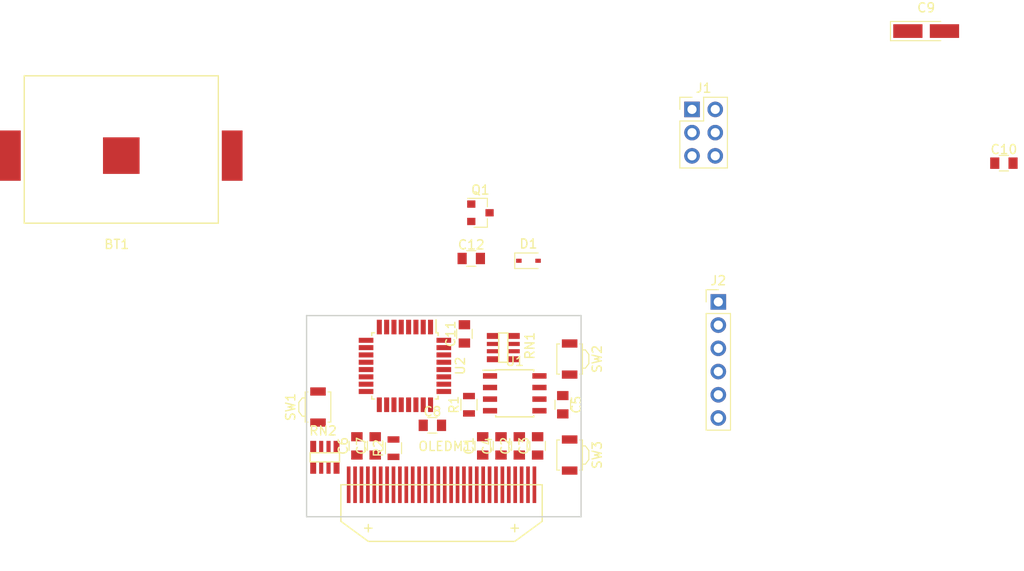
<source format=kicad_pcb>
(kicad_pcb (version 4) (host pcbnew 4.0.6)

  (general
    (links 97)
    (no_connects 97)
    (area 124.924999 124.924999 155.075001 147.075001)
    (thickness 1.6)
    (drawings 4)
    (tracks 0)
    (zones 0)
    (modules 27)
    (nets 42)
  )

  (page A4)
  (layers
    (0 F.Cu signal)
    (31 B.Cu signal)
    (32 B.Adhes user)
    (33 F.Adhes user)
    (34 B.Paste user)
    (35 F.Paste user)
    (36 B.SilkS user)
    (37 F.SilkS user)
    (38 B.Mask user)
    (39 F.Mask user)
    (40 Dwgs.User user)
    (41 Cmts.User user)
    (42 Eco1.User user)
    (43 Eco2.User user)
    (44 Edge.Cuts user)
    (45 Margin user)
    (46 B.CrtYd user)
    (47 F.CrtYd user)
    (48 B.Fab user)
    (49 F.Fab user)
  )

  (setup
    (last_trace_width 0.25)
    (trace_clearance 0.2)
    (zone_clearance 0.508)
    (zone_45_only no)
    (trace_min 0.2)
    (segment_width 0.2)
    (edge_width 0.15)
    (via_size 0.6)
    (via_drill 0.4)
    (via_min_size 0.4)
    (via_min_drill 0.3)
    (uvia_size 0.3)
    (uvia_drill 0.1)
    (uvias_allowed no)
    (uvia_min_size 0.2)
    (uvia_min_drill 0.1)
    (pcb_text_width 0.3)
    (pcb_text_size 1.5 1.5)
    (mod_edge_width 0.15)
    (mod_text_size 1 1)
    (mod_text_width 0.15)
    (pad_size 1.524 1.524)
    (pad_drill 0.762)
    (pad_to_mask_clearance 0.2)
    (aux_axis_origin 0 0)
    (visible_elements 7FFFFFFF)
    (pcbplotparams
      (layerselection 0x00030_80000001)
      (usegerberextensions false)
      (excludeedgelayer true)
      (linewidth 0.100000)
      (plotframeref false)
      (viasonmask false)
      (mode 1)
      (useauxorigin false)
      (hpglpennumber 1)
      (hpglpenspeed 20)
      (hpglpendiameter 15)
      (hpglpenoverlay 2)
      (psnegative false)
      (psa4output false)
      (plotreference true)
      (plotvalue true)
      (plotinvisibletext false)
      (padsonsilk false)
      (subtractmaskfromsilk false)
      (outputformat 1)
      (mirror false)
      (drillshape 1)
      (scaleselection 1)
      (outputdirectory ""))
  )

  (net 0 "")
  (net 1 +3V3)
  (net 2 GND)
  (net 3 "Net-(C2-Pad1)")
  (net 4 "Net-(C2-Pad2)")
  (net 5 "Net-(C3-Pad1)")
  (net 6 "Net-(C3-Pad2)")
  (net 7 "Net-(C6-Pad1)")
  (net 8 "Net-(C7-Pad1)")
  (net 9 "Net-(C8-Pad1)")
  (net 10 "Net-(C11-Pad1)")
  (net 11 DTR)
  (net 12 VCC)
  (net 13 +5V)
  (net 14 MISO)
  (net 15 SCK)
  (net 16 MOSI)
  (net 17 RXD)
  (net 18 TXD)
  (net 19 "Net-(OLEDM1-Pad7)")
  (net 20 CS)
  (net 21 D9)
  (net 22 D8)
  (net 23 "Net-(OLEDM1-Pad20)")
  (net 24 "Net-(OLEDM1-Pad26)")
  (net 25 INT0)
  (net 26 SDA)
  (net 27 SCL)
  (net 28 PB0)
  (net 29 PB1)
  (net 30 PB2)
  (net 31 "Net-(U1-Pad1)")
  (net 32 INT1)
  (net 33 FS)
  (net 34 "Net-(U2-Pad7)")
  (net 35 "Net-(U2-Pad8)")
  (net 36 A6)
  (net 37 A7)
  (net 38 VIB)
  (net 39 A1)
  (net 40 A2)
  (net 41 A3)

  (net_class Default "This is the default net class."
    (clearance 0.2)
    (trace_width 0.25)
    (via_dia 0.6)
    (via_drill 0.4)
    (uvia_dia 0.3)
    (uvia_drill 0.1)
    (add_net +3V3)
    (add_net +5V)
    (add_net A1)
    (add_net A2)
    (add_net A3)
    (add_net A6)
    (add_net A7)
    (add_net CS)
    (add_net D8)
    (add_net D9)
    (add_net DTR)
    (add_net FS)
    (add_net GND)
    (add_net INT0)
    (add_net INT1)
    (add_net MISO)
    (add_net MOSI)
    (add_net "Net-(C11-Pad1)")
    (add_net "Net-(C2-Pad1)")
    (add_net "Net-(C2-Pad2)")
    (add_net "Net-(C3-Pad1)")
    (add_net "Net-(C3-Pad2)")
    (add_net "Net-(C6-Pad1)")
    (add_net "Net-(C7-Pad1)")
    (add_net "Net-(C8-Pad1)")
    (add_net "Net-(OLEDM1-Pad20)")
    (add_net "Net-(OLEDM1-Pad26)")
    (add_net "Net-(OLEDM1-Pad7)")
    (add_net "Net-(U1-Pad1)")
    (add_net "Net-(U2-Pad7)")
    (add_net "Net-(U2-Pad8)")
    (add_net PB0)
    (add_net PB1)
    (add_net PB2)
    (add_net RXD)
    (add_net SCK)
    (add_net SCL)
    (add_net SDA)
    (add_net TXD)
    (add_net VCC)
    (add_net VIB)
  )

  (module Capacitors_SMD:C_0805 (layer F.Cu) (tedit 58AA8463) (tstamp 599ED511)
    (at 144.25 139.25 90)
    (descr "Capacitor SMD 0805, reflow soldering, AVX (see smccp.pdf)")
    (tags "capacitor 0805")
    (path /599EF3BC)
    (attr smd)
    (fp_text reference C1 (at 0 -1.5 90) (layer F.SilkS)
      (effects (font (size 1 1) (thickness 0.15)))
    )
    (fp_text value 1uF (at 0 1.75 90) (layer F.Fab)
      (effects (font (size 1 1) (thickness 0.15)))
    )
    (fp_text user %R (at 0 -1.5 90) (layer F.Fab)
      (effects (font (size 1 1) (thickness 0.15)))
    )
    (fp_line (start -1 0.62) (end -1 -0.62) (layer F.Fab) (width 0.1))
    (fp_line (start 1 0.62) (end -1 0.62) (layer F.Fab) (width 0.1))
    (fp_line (start 1 -0.62) (end 1 0.62) (layer F.Fab) (width 0.1))
    (fp_line (start -1 -0.62) (end 1 -0.62) (layer F.Fab) (width 0.1))
    (fp_line (start 0.5 -0.85) (end -0.5 -0.85) (layer F.SilkS) (width 0.12))
    (fp_line (start -0.5 0.85) (end 0.5 0.85) (layer F.SilkS) (width 0.12))
    (fp_line (start -1.75 -0.88) (end 1.75 -0.88) (layer F.CrtYd) (width 0.05))
    (fp_line (start -1.75 -0.88) (end -1.75 0.87) (layer F.CrtYd) (width 0.05))
    (fp_line (start 1.75 0.87) (end 1.75 -0.88) (layer F.CrtYd) (width 0.05))
    (fp_line (start 1.75 0.87) (end -1.75 0.87) (layer F.CrtYd) (width 0.05))
    (pad 1 smd rect (at -1 0 90) (size 1 1.25) (layers F.Cu F.Paste F.Mask)
      (net 1 +3V3))
    (pad 2 smd rect (at 1 0 90) (size 1 1.25) (layers F.Cu F.Paste F.Mask)
      (net 2 GND))
    (model Capacitors_SMD.3dshapes/C_0805.wrl
      (at (xyz 0 0 0))
      (scale (xyz 1 1 1))
      (rotate (xyz 0 0 0))
    )
  )

  (module Capacitors_SMD:C_0805 (layer F.Cu) (tedit 58AA8463) (tstamp 599ED517)
    (at 148.25 139.25 90)
    (descr "Capacitor SMD 0805, reflow soldering, AVX (see smccp.pdf)")
    (tags "capacitor 0805")
    (path /599EF399)
    (attr smd)
    (fp_text reference C2 (at 0 -1.5 90) (layer F.SilkS)
      (effects (font (size 1 1) (thickness 0.15)))
    )
    (fp_text value 1uF (at 0 1.75 90) (layer F.Fab)
      (effects (font (size 1 1) (thickness 0.15)))
    )
    (fp_text user %R (at 0 -1.5 90) (layer F.Fab)
      (effects (font (size 1 1) (thickness 0.15)))
    )
    (fp_line (start -1 0.62) (end -1 -0.62) (layer F.Fab) (width 0.1))
    (fp_line (start 1 0.62) (end -1 0.62) (layer F.Fab) (width 0.1))
    (fp_line (start 1 -0.62) (end 1 0.62) (layer F.Fab) (width 0.1))
    (fp_line (start -1 -0.62) (end 1 -0.62) (layer F.Fab) (width 0.1))
    (fp_line (start 0.5 -0.85) (end -0.5 -0.85) (layer F.SilkS) (width 0.12))
    (fp_line (start -0.5 0.85) (end 0.5 0.85) (layer F.SilkS) (width 0.12))
    (fp_line (start -1.75 -0.88) (end 1.75 -0.88) (layer F.CrtYd) (width 0.05))
    (fp_line (start -1.75 -0.88) (end -1.75 0.87) (layer F.CrtYd) (width 0.05))
    (fp_line (start 1.75 0.87) (end 1.75 -0.88) (layer F.CrtYd) (width 0.05))
    (fp_line (start 1.75 0.87) (end -1.75 0.87) (layer F.CrtYd) (width 0.05))
    (pad 1 smd rect (at -1 0 90) (size 1 1.25) (layers F.Cu F.Paste F.Mask)
      (net 3 "Net-(C2-Pad1)"))
    (pad 2 smd rect (at 1 0 90) (size 1 1.25) (layers F.Cu F.Paste F.Mask)
      (net 4 "Net-(C2-Pad2)"))
    (model Capacitors_SMD.3dshapes/C_0805.wrl
      (at (xyz 0 0 0))
      (scale (xyz 1 1 1))
      (rotate (xyz 0 0 0))
    )
  )

  (module Capacitors_SMD:C_0805 (layer F.Cu) (tedit 58AA8463) (tstamp 599ED51D)
    (at 150.25 139.25 90)
    (descr "Capacitor SMD 0805, reflow soldering, AVX (see smccp.pdf)")
    (tags "capacitor 0805")
    (path /599EF398)
    (attr smd)
    (fp_text reference C3 (at 0 -1.5 90) (layer F.SilkS)
      (effects (font (size 1 1) (thickness 0.15)))
    )
    (fp_text value 1uF (at 0 1.75 90) (layer F.Fab)
      (effects (font (size 1 1) (thickness 0.15)))
    )
    (fp_text user %R (at 0 -1.5 90) (layer F.Fab)
      (effects (font (size 1 1) (thickness 0.15)))
    )
    (fp_line (start -1 0.62) (end -1 -0.62) (layer F.Fab) (width 0.1))
    (fp_line (start 1 0.62) (end -1 0.62) (layer F.Fab) (width 0.1))
    (fp_line (start 1 -0.62) (end 1 0.62) (layer F.Fab) (width 0.1))
    (fp_line (start -1 -0.62) (end 1 -0.62) (layer F.Fab) (width 0.1))
    (fp_line (start 0.5 -0.85) (end -0.5 -0.85) (layer F.SilkS) (width 0.12))
    (fp_line (start -0.5 0.85) (end 0.5 0.85) (layer F.SilkS) (width 0.12))
    (fp_line (start -1.75 -0.88) (end 1.75 -0.88) (layer F.CrtYd) (width 0.05))
    (fp_line (start -1.75 -0.88) (end -1.75 0.87) (layer F.CrtYd) (width 0.05))
    (fp_line (start 1.75 0.87) (end 1.75 -0.88) (layer F.CrtYd) (width 0.05))
    (fp_line (start 1.75 0.87) (end -1.75 0.87) (layer F.CrtYd) (width 0.05))
    (pad 1 smd rect (at -1 0 90) (size 1 1.25) (layers F.Cu F.Paste F.Mask)
      (net 5 "Net-(C3-Pad1)"))
    (pad 2 smd rect (at 1 0 90) (size 1 1.25) (layers F.Cu F.Paste F.Mask)
      (net 6 "Net-(C3-Pad2)"))
    (model Capacitors_SMD.3dshapes/C_0805.wrl
      (at (xyz 0 0 0))
      (scale (xyz 1 1 1))
      (rotate (xyz 0 0 0))
    )
  )

  (module Capacitors_SMD:C_0805 (layer F.Cu) (tedit 58AA8463) (tstamp 599ED523)
    (at 146.25 139.25 90)
    (descr "Capacitor SMD 0805, reflow soldering, AVX (see smccp.pdf)")
    (tags "capacitor 0805")
    (path /599EF3BD)
    (attr smd)
    (fp_text reference C4 (at 0 -1.5 90) (layer F.SilkS)
      (effects (font (size 1 1) (thickness 0.15)))
    )
    (fp_text value 1uF (at 0 1.75 90) (layer F.Fab)
      (effects (font (size 1 1) (thickness 0.15)))
    )
    (fp_text user %R (at 0 -1.5 90) (layer F.Fab)
      (effects (font (size 1 1) (thickness 0.15)))
    )
    (fp_line (start -1 0.62) (end -1 -0.62) (layer F.Fab) (width 0.1))
    (fp_line (start 1 0.62) (end -1 0.62) (layer F.Fab) (width 0.1))
    (fp_line (start 1 -0.62) (end 1 0.62) (layer F.Fab) (width 0.1))
    (fp_line (start -1 -0.62) (end 1 -0.62) (layer F.Fab) (width 0.1))
    (fp_line (start 0.5 -0.85) (end -0.5 -0.85) (layer F.SilkS) (width 0.12))
    (fp_line (start -0.5 0.85) (end 0.5 0.85) (layer F.SilkS) (width 0.12))
    (fp_line (start -1.75 -0.88) (end 1.75 -0.88) (layer F.CrtYd) (width 0.05))
    (fp_line (start -1.75 -0.88) (end -1.75 0.87) (layer F.CrtYd) (width 0.05))
    (fp_line (start 1.75 0.87) (end 1.75 -0.88) (layer F.CrtYd) (width 0.05))
    (fp_line (start 1.75 0.87) (end -1.75 0.87) (layer F.CrtYd) (width 0.05))
    (pad 1 smd rect (at -1 0 90) (size 1 1.25) (layers F.Cu F.Paste F.Mask)
      (net 1 +3V3))
    (pad 2 smd rect (at 1 0 90) (size 1 1.25) (layers F.Cu F.Paste F.Mask)
      (net 2 GND))
    (model Capacitors_SMD.3dshapes/C_0805.wrl
      (at (xyz 0 0 0))
      (scale (xyz 1 1 1))
      (rotate (xyz 0 0 0))
    )
  )

  (module Capacitors_SMD:C_0805 (layer F.Cu) (tedit 58AA8463) (tstamp 599ED529)
    (at 153 134.75 270)
    (descr "Capacitor SMD 0805, reflow soldering, AVX (see smccp.pdf)")
    (tags "capacitor 0805")
    (path /599EF3BE)
    (attr smd)
    (fp_text reference C5 (at 0 -1.5 270) (layer F.SilkS)
      (effects (font (size 1 1) (thickness 0.15)))
    )
    (fp_text value 0.1uF (at 0 1.75 270) (layer F.Fab)
      (effects (font (size 1 1) (thickness 0.15)))
    )
    (fp_text user %R (at 0 -1.5 270) (layer F.Fab)
      (effects (font (size 1 1) (thickness 0.15)))
    )
    (fp_line (start -1 0.62) (end -1 -0.62) (layer F.Fab) (width 0.1))
    (fp_line (start 1 0.62) (end -1 0.62) (layer F.Fab) (width 0.1))
    (fp_line (start 1 -0.62) (end 1 0.62) (layer F.Fab) (width 0.1))
    (fp_line (start -1 -0.62) (end 1 -0.62) (layer F.Fab) (width 0.1))
    (fp_line (start 0.5 -0.85) (end -0.5 -0.85) (layer F.SilkS) (width 0.12))
    (fp_line (start -0.5 0.85) (end 0.5 0.85) (layer F.SilkS) (width 0.12))
    (fp_line (start -1.75 -0.88) (end 1.75 -0.88) (layer F.CrtYd) (width 0.05))
    (fp_line (start -1.75 -0.88) (end -1.75 0.87) (layer F.CrtYd) (width 0.05))
    (fp_line (start 1.75 0.87) (end 1.75 -0.88) (layer F.CrtYd) (width 0.05))
    (fp_line (start 1.75 0.87) (end -1.75 0.87) (layer F.CrtYd) (width 0.05))
    (pad 1 smd rect (at -1 0 270) (size 1 1.25) (layers F.Cu F.Paste F.Mask)
      (net 1 +3V3))
    (pad 2 smd rect (at 1 0 270) (size 1 1.25) (layers F.Cu F.Paste F.Mask)
      (net 2 GND))
    (model Capacitors_SMD.3dshapes/C_0805.wrl
      (at (xyz 0 0 0))
      (scale (xyz 1 1 1))
      (rotate (xyz 0 0 0))
    )
  )

  (module Capacitors_SMD:C_0805 (layer F.Cu) (tedit 58AA8463) (tstamp 599ED52F)
    (at 130.5 139.25 90)
    (descr "Capacitor SMD 0805, reflow soldering, AVX (see smccp.pdf)")
    (tags "capacitor 0805")
    (path /599EF39A)
    (attr smd)
    (fp_text reference C6 (at 0 -1.5 90) (layer F.SilkS)
      (effects (font (size 1 1) (thickness 0.15)))
    )
    (fp_text value 2.2uF (at 0 1.75 90) (layer F.Fab)
      (effects (font (size 1 1) (thickness 0.15)))
    )
    (fp_text user %R (at 0 -1.5 90) (layer F.Fab)
      (effects (font (size 1 1) (thickness 0.15)))
    )
    (fp_line (start -1 0.62) (end -1 -0.62) (layer F.Fab) (width 0.1))
    (fp_line (start 1 0.62) (end -1 0.62) (layer F.Fab) (width 0.1))
    (fp_line (start 1 -0.62) (end 1 0.62) (layer F.Fab) (width 0.1))
    (fp_line (start -1 -0.62) (end 1 -0.62) (layer F.Fab) (width 0.1))
    (fp_line (start 0.5 -0.85) (end -0.5 -0.85) (layer F.SilkS) (width 0.12))
    (fp_line (start -0.5 0.85) (end 0.5 0.85) (layer F.SilkS) (width 0.12))
    (fp_line (start -1.75 -0.88) (end 1.75 -0.88) (layer F.CrtYd) (width 0.05))
    (fp_line (start -1.75 -0.88) (end -1.75 0.87) (layer F.CrtYd) (width 0.05))
    (fp_line (start 1.75 0.87) (end 1.75 -0.88) (layer F.CrtYd) (width 0.05))
    (fp_line (start 1.75 0.87) (end -1.75 0.87) (layer F.CrtYd) (width 0.05))
    (pad 1 smd rect (at -1 0 90) (size 1 1.25) (layers F.Cu F.Paste F.Mask)
      (net 7 "Net-(C6-Pad1)"))
    (pad 2 smd rect (at 1 0 90) (size 1 1.25) (layers F.Cu F.Paste F.Mask)
      (net 2 GND))
    (model Capacitors_SMD.3dshapes/C_0805.wrl
      (at (xyz 0 0 0))
      (scale (xyz 1 1 1))
      (rotate (xyz 0 0 0))
    )
  )

  (module Capacitors_SMD:C_0805 (layer F.Cu) (tedit 58AA8463) (tstamp 599ED535)
    (at 132.5 139.25 90)
    (descr "Capacitor SMD 0805, reflow soldering, AVX (see smccp.pdf)")
    (tags "capacitor 0805")
    (path /599EF39B)
    (attr smd)
    (fp_text reference C7 (at 0 -1.5 90) (layer F.SilkS)
      (effects (font (size 1 1) (thickness 0.15)))
    )
    (fp_text value 4.7uF (at 0 1.75 90) (layer F.Fab)
      (effects (font (size 1 1) (thickness 0.15)))
    )
    (fp_text user %R (at 0 -1.5 90) (layer F.Fab)
      (effects (font (size 1 1) (thickness 0.15)))
    )
    (fp_line (start -1 0.62) (end -1 -0.62) (layer F.Fab) (width 0.1))
    (fp_line (start 1 0.62) (end -1 0.62) (layer F.Fab) (width 0.1))
    (fp_line (start 1 -0.62) (end 1 0.62) (layer F.Fab) (width 0.1))
    (fp_line (start -1 -0.62) (end 1 -0.62) (layer F.Fab) (width 0.1))
    (fp_line (start 0.5 -0.85) (end -0.5 -0.85) (layer F.SilkS) (width 0.12))
    (fp_line (start -0.5 0.85) (end 0.5 0.85) (layer F.SilkS) (width 0.12))
    (fp_line (start -1.75 -0.88) (end 1.75 -0.88) (layer F.CrtYd) (width 0.05))
    (fp_line (start -1.75 -0.88) (end -1.75 0.87) (layer F.CrtYd) (width 0.05))
    (fp_line (start 1.75 0.87) (end 1.75 -0.88) (layer F.CrtYd) (width 0.05))
    (fp_line (start 1.75 0.87) (end -1.75 0.87) (layer F.CrtYd) (width 0.05))
    (pad 1 smd rect (at -1 0 90) (size 1 1.25) (layers F.Cu F.Paste F.Mask)
      (net 8 "Net-(C7-Pad1)"))
    (pad 2 smd rect (at 1 0 90) (size 1 1.25) (layers F.Cu F.Paste F.Mask)
      (net 2 GND))
    (model Capacitors_SMD.3dshapes/C_0805.wrl
      (at (xyz 0 0 0))
      (scale (xyz 1 1 1))
      (rotate (xyz 0 0 0))
    )
  )

  (module Capacitors_SMD:C_0805 (layer F.Cu) (tedit 58AA8463) (tstamp 599ED53B)
    (at 138.75 137)
    (descr "Capacitor SMD 0805, reflow soldering, AVX (see smccp.pdf)")
    (tags "capacitor 0805")
    (path /599EF373)
    (attr smd)
    (fp_text reference C8 (at 0 -1.5) (layer F.SilkS)
      (effects (font (size 1 1) (thickness 0.15)))
    )
    (fp_text value 0.1uF (at 0 1.75) (layer F.Fab)
      (effects (font (size 1 1) (thickness 0.15)))
    )
    (fp_text user %R (at 0 -1.5) (layer F.Fab)
      (effects (font (size 1 1) (thickness 0.15)))
    )
    (fp_line (start -1 0.62) (end -1 -0.62) (layer F.Fab) (width 0.1))
    (fp_line (start 1 0.62) (end -1 0.62) (layer F.Fab) (width 0.1))
    (fp_line (start 1 -0.62) (end 1 0.62) (layer F.Fab) (width 0.1))
    (fp_line (start -1 -0.62) (end 1 -0.62) (layer F.Fab) (width 0.1))
    (fp_line (start 0.5 -0.85) (end -0.5 -0.85) (layer F.SilkS) (width 0.12))
    (fp_line (start -0.5 0.85) (end 0.5 0.85) (layer F.SilkS) (width 0.12))
    (fp_line (start -1.75 -0.88) (end 1.75 -0.88) (layer F.CrtYd) (width 0.05))
    (fp_line (start -1.75 -0.88) (end -1.75 0.87) (layer F.CrtYd) (width 0.05))
    (fp_line (start 1.75 0.87) (end 1.75 -0.88) (layer F.CrtYd) (width 0.05))
    (fp_line (start 1.75 0.87) (end -1.75 0.87) (layer F.CrtYd) (width 0.05))
    (pad 1 smd rect (at -1 0) (size 1 1.25) (layers F.Cu F.Paste F.Mask)
      (net 9 "Net-(C8-Pad1)"))
    (pad 2 smd rect (at 1 0) (size 1 1.25) (layers F.Cu F.Paste F.Mask)
      (net 2 GND))
    (model Capacitors_SMD.3dshapes/C_0805.wrl
      (at (xyz 0 0 0))
      (scale (xyz 1 1 1))
      (rotate (xyz 0 0 0))
    )
  )

  (module Capacitors_Tantalum_SMD:CP_Tantalum_Case-A_EIA-3216-18_Hand (layer F.Cu) (tedit 58CC8C08) (tstamp 599ED541)
    (at 192.715001 93.875)
    (descr "Tantalum capacitor, Case A, EIA 3216-18, 3.2x1.6x1.6mm, Hand soldering footprint")
    (tags "capacitor tantalum smd")
    (path /599EF37B)
    (attr smd)
    (fp_text reference C9 (at 0 -2.55) (layer F.SilkS)
      (effects (font (size 1 1) (thickness 0.15)))
    )
    (fp_text value 10uF (at 0 2.55) (layer F.Fab)
      (effects (font (size 1 1) (thickness 0.15)))
    )
    (fp_text user %R (at 0 0) (layer F.Fab)
      (effects (font (size 0.7 0.7) (thickness 0.105)))
    )
    (fp_line (start -4 -1.2) (end -4 1.2) (layer F.CrtYd) (width 0.05))
    (fp_line (start -4 1.2) (end 4 1.2) (layer F.CrtYd) (width 0.05))
    (fp_line (start 4 1.2) (end 4 -1.2) (layer F.CrtYd) (width 0.05))
    (fp_line (start 4 -1.2) (end -4 -1.2) (layer F.CrtYd) (width 0.05))
    (fp_line (start -1.6 -0.8) (end -1.6 0.8) (layer F.Fab) (width 0.1))
    (fp_line (start -1.6 0.8) (end 1.6 0.8) (layer F.Fab) (width 0.1))
    (fp_line (start 1.6 0.8) (end 1.6 -0.8) (layer F.Fab) (width 0.1))
    (fp_line (start 1.6 -0.8) (end -1.6 -0.8) (layer F.Fab) (width 0.1))
    (fp_line (start -1.28 -0.8) (end -1.28 0.8) (layer F.Fab) (width 0.1))
    (fp_line (start -1.12 -0.8) (end -1.12 0.8) (layer F.Fab) (width 0.1))
    (fp_line (start -3.9 -1.05) (end 1.6 -1.05) (layer F.SilkS) (width 0.12))
    (fp_line (start -3.9 1.05) (end 1.6 1.05) (layer F.SilkS) (width 0.12))
    (fp_line (start -3.9 -1.05) (end -3.9 1.05) (layer F.SilkS) (width 0.12))
    (pad 1 smd rect (at -2 0) (size 3.2 1.5) (layers F.Cu F.Paste F.Mask)
      (net 1 +3V3))
    (pad 2 smd rect (at 2 0) (size 3.2 1.5) (layers F.Cu F.Paste F.Mask)
      (net 2 GND))
    (model Capacitors_Tantalum_SMD.3dshapes/CP_Tantalum_Case-A_EIA-3216-18.wrl
      (at (xyz 0 0 0))
      (scale (xyz 1 1 1))
      (rotate (xyz 0 0 0))
    )
  )

  (module Capacitors_SMD:C_0805 (layer F.Cu) (tedit 58AA8463) (tstamp 599ED547)
    (at 201.211428 108.325)
    (descr "Capacitor SMD 0805, reflow soldering, AVX (see smccp.pdf)")
    (tags "capacitor 0805")
    (path /599EF37A)
    (attr smd)
    (fp_text reference C10 (at 0 -1.5) (layer F.SilkS)
      (effects (font (size 1 1) (thickness 0.15)))
    )
    (fp_text value 0.1uF (at 0 1.75) (layer F.Fab)
      (effects (font (size 1 1) (thickness 0.15)))
    )
    (fp_text user %R (at 0 -1.5) (layer F.Fab)
      (effects (font (size 1 1) (thickness 0.15)))
    )
    (fp_line (start -1 0.62) (end -1 -0.62) (layer F.Fab) (width 0.1))
    (fp_line (start 1 0.62) (end -1 0.62) (layer F.Fab) (width 0.1))
    (fp_line (start 1 -0.62) (end 1 0.62) (layer F.Fab) (width 0.1))
    (fp_line (start -1 -0.62) (end 1 -0.62) (layer F.Fab) (width 0.1))
    (fp_line (start 0.5 -0.85) (end -0.5 -0.85) (layer F.SilkS) (width 0.12))
    (fp_line (start -0.5 0.85) (end 0.5 0.85) (layer F.SilkS) (width 0.12))
    (fp_line (start -1.75 -0.88) (end 1.75 -0.88) (layer F.CrtYd) (width 0.05))
    (fp_line (start -1.75 -0.88) (end -1.75 0.87) (layer F.CrtYd) (width 0.05))
    (fp_line (start 1.75 0.87) (end 1.75 -0.88) (layer F.CrtYd) (width 0.05))
    (fp_line (start 1.75 0.87) (end -1.75 0.87) (layer F.CrtYd) (width 0.05))
    (pad 1 smd rect (at -1 0) (size 1 1.25) (layers F.Cu F.Paste F.Mask)
      (net 1 +3V3))
    (pad 2 smd rect (at 1 0) (size 1 1.25) (layers F.Cu F.Paste F.Mask)
      (net 2 GND))
    (model Capacitors_SMD.3dshapes/C_0805.wrl
      (at (xyz 0 0 0))
      (scale (xyz 1 1 1))
      (rotate (xyz 0 0 0))
    )
  )

  (module Capacitors_SMD:C_0805 (layer F.Cu) (tedit 58AA8463) (tstamp 599ED54D)
    (at 142.25 127 90)
    (descr "Capacitor SMD 0805, reflow soldering, AVX (see smccp.pdf)")
    (tags "capacitor 0805")
    (path /599EF377)
    (attr smd)
    (fp_text reference C11 (at 0 -1.5 90) (layer F.SilkS)
      (effects (font (size 1 1) (thickness 0.15)))
    )
    (fp_text value 0.1uF (at 0 1.75 90) (layer F.Fab)
      (effects (font (size 1 1) (thickness 0.15)))
    )
    (fp_text user %R (at 0 -1.5 90) (layer F.Fab)
      (effects (font (size 1 1) (thickness 0.15)))
    )
    (fp_line (start -1 0.62) (end -1 -0.62) (layer F.Fab) (width 0.1))
    (fp_line (start 1 0.62) (end -1 0.62) (layer F.Fab) (width 0.1))
    (fp_line (start 1 -0.62) (end 1 0.62) (layer F.Fab) (width 0.1))
    (fp_line (start -1 -0.62) (end 1 -0.62) (layer F.Fab) (width 0.1))
    (fp_line (start 0.5 -0.85) (end -0.5 -0.85) (layer F.SilkS) (width 0.12))
    (fp_line (start -0.5 0.85) (end 0.5 0.85) (layer F.SilkS) (width 0.12))
    (fp_line (start -1.75 -0.88) (end 1.75 -0.88) (layer F.CrtYd) (width 0.05))
    (fp_line (start -1.75 -0.88) (end -1.75 0.87) (layer F.CrtYd) (width 0.05))
    (fp_line (start 1.75 0.87) (end 1.75 -0.88) (layer F.CrtYd) (width 0.05))
    (fp_line (start 1.75 0.87) (end -1.75 0.87) (layer F.CrtYd) (width 0.05))
    (pad 1 smd rect (at -1 0 90) (size 1 1.25) (layers F.Cu F.Paste F.Mask)
      (net 10 "Net-(C11-Pad1)"))
    (pad 2 smd rect (at 1 0 90) (size 1 1.25) (layers F.Cu F.Paste F.Mask)
      (net 11 DTR))
    (model Capacitors_SMD.3dshapes/C_0805.wrl
      (at (xyz 0 0 0))
      (scale (xyz 1 1 1))
      (rotate (xyz 0 0 0))
    )
  )

  (module Capacitors_SMD:C_0805 (layer F.Cu) (tedit 58AA8463) (tstamp 599ED553)
    (at 143 118.75)
    (descr "Capacitor SMD 0805, reflow soldering, AVX (see smccp.pdf)")
    (tags "capacitor 0805")
    (path /599EF3B5)
    (attr smd)
    (fp_text reference C12 (at 0 -1.5) (layer F.SilkS)
      (effects (font (size 1 1) (thickness 0.15)))
    )
    (fp_text value 1uF (at 0 1.75) (layer F.Fab)
      (effects (font (size 1 1) (thickness 0.15)))
    )
    (fp_text user %R (at 0 -1.5) (layer F.Fab)
      (effects (font (size 1 1) (thickness 0.15)))
    )
    (fp_line (start -1 0.62) (end -1 -0.62) (layer F.Fab) (width 0.1))
    (fp_line (start 1 0.62) (end -1 0.62) (layer F.Fab) (width 0.1))
    (fp_line (start 1 -0.62) (end 1 0.62) (layer F.Fab) (width 0.1))
    (fp_line (start -1 -0.62) (end 1 -0.62) (layer F.Fab) (width 0.1))
    (fp_line (start 0.5 -0.85) (end -0.5 -0.85) (layer F.SilkS) (width 0.12))
    (fp_line (start -0.5 0.85) (end 0.5 0.85) (layer F.SilkS) (width 0.12))
    (fp_line (start -1.75 -0.88) (end 1.75 -0.88) (layer F.CrtYd) (width 0.05))
    (fp_line (start -1.75 -0.88) (end -1.75 0.87) (layer F.CrtYd) (width 0.05))
    (fp_line (start 1.75 0.87) (end 1.75 -0.88) (layer F.CrtYd) (width 0.05))
    (fp_line (start 1.75 0.87) (end -1.75 0.87) (layer F.CrtYd) (width 0.05))
    (pad 1 smd rect (at -1 0) (size 1 1.25) (layers F.Cu F.Paste F.Mask)
      (net 12 VCC))
    (pad 2 smd rect (at 1 0) (size 1 1.25) (layers F.Cu F.Paste F.Mask)
      (net 2 GND))
    (model Capacitors_SMD.3dshapes/C_0805.wrl
      (at (xyz 0 0 0))
      (scale (xyz 1 1 1))
      (rotate (xyz 0 0 0))
    )
  )

  (module Diodes_SMD:D_SOD-323 (layer F.Cu) (tedit 58641739) (tstamp 599ED559)
    (at 149.25 119)
    (descr SOD-323)
    (tags SOD-323)
    (path /599EF3B1)
    (attr smd)
    (fp_text reference D1 (at 0 -1.85) (layer F.SilkS)
      (effects (font (size 1 1) (thickness 0.15)))
    )
    (fp_text value BAT20J (at 0.1 1.9) (layer F.Fab)
      (effects (font (size 1 1) (thickness 0.15)))
    )
    (fp_text user %R (at 0 -1.85) (layer F.Fab)
      (effects (font (size 1 1) (thickness 0.15)))
    )
    (fp_line (start -1.5 -0.85) (end -1.5 0.85) (layer F.SilkS) (width 0.12))
    (fp_line (start 0.2 0) (end 0.45 0) (layer F.Fab) (width 0.1))
    (fp_line (start 0.2 0.35) (end -0.3 0) (layer F.Fab) (width 0.1))
    (fp_line (start 0.2 -0.35) (end 0.2 0.35) (layer F.Fab) (width 0.1))
    (fp_line (start -0.3 0) (end 0.2 -0.35) (layer F.Fab) (width 0.1))
    (fp_line (start -0.3 0) (end -0.5 0) (layer F.Fab) (width 0.1))
    (fp_line (start -0.3 -0.35) (end -0.3 0.35) (layer F.Fab) (width 0.1))
    (fp_line (start -0.9 0.7) (end -0.9 -0.7) (layer F.Fab) (width 0.1))
    (fp_line (start 0.9 0.7) (end -0.9 0.7) (layer F.Fab) (width 0.1))
    (fp_line (start 0.9 -0.7) (end 0.9 0.7) (layer F.Fab) (width 0.1))
    (fp_line (start -0.9 -0.7) (end 0.9 -0.7) (layer F.Fab) (width 0.1))
    (fp_line (start -1.6 -0.95) (end 1.6 -0.95) (layer F.CrtYd) (width 0.05))
    (fp_line (start 1.6 -0.95) (end 1.6 0.95) (layer F.CrtYd) (width 0.05))
    (fp_line (start -1.6 0.95) (end 1.6 0.95) (layer F.CrtYd) (width 0.05))
    (fp_line (start -1.6 -0.95) (end -1.6 0.95) (layer F.CrtYd) (width 0.05))
    (fp_line (start -1.5 0.85) (end 1.05 0.85) (layer F.SilkS) (width 0.12))
    (fp_line (start -1.5 -0.85) (end 1.05 -0.85) (layer F.SilkS) (width 0.12))
    (pad 1 smd rect (at -1.05 0) (size 0.6 0.45) (layers F.Cu F.Paste F.Mask)
      (net 12 VCC))
    (pad 2 smd rect (at 1.05 0) (size 0.6 0.45) (layers F.Cu F.Paste F.Mask)
      (net 13 +5V))
    (model ${KISYS3DMOD}/Diodes_SMD.3dshapes/D_SOD-323.wrl
      (at (xyz 0 0 0))
      (scale (xyz 1 1 1))
      (rotate (xyz 0 0 0))
    )
  )

  (module Pin_Headers:Pin_Header_Straight_2x03_Pitch2.54mm (layer F.Cu) (tedit 59650532) (tstamp 599ED563)
    (at 167.125001 102.445)
    (descr "Through hole straight pin header, 2x03, 2.54mm pitch, double rows")
    (tags "Through hole pin header THT 2x03 2.54mm double row")
    (path /599EF3C0)
    (fp_text reference J1 (at 1.27 -2.33) (layer F.SilkS)
      (effects (font (size 1 1) (thickness 0.15)))
    )
    (fp_text value ISP (at 1.27 7.41) (layer F.Fab)
      (effects (font (size 1 1) (thickness 0.15)))
    )
    (fp_line (start 0 -1.27) (end 3.81 -1.27) (layer F.Fab) (width 0.1))
    (fp_line (start 3.81 -1.27) (end 3.81 6.35) (layer F.Fab) (width 0.1))
    (fp_line (start 3.81 6.35) (end -1.27 6.35) (layer F.Fab) (width 0.1))
    (fp_line (start -1.27 6.35) (end -1.27 0) (layer F.Fab) (width 0.1))
    (fp_line (start -1.27 0) (end 0 -1.27) (layer F.Fab) (width 0.1))
    (fp_line (start -1.33 6.41) (end 3.87 6.41) (layer F.SilkS) (width 0.12))
    (fp_line (start -1.33 1.27) (end -1.33 6.41) (layer F.SilkS) (width 0.12))
    (fp_line (start 3.87 -1.33) (end 3.87 6.41) (layer F.SilkS) (width 0.12))
    (fp_line (start -1.33 1.27) (end 1.27 1.27) (layer F.SilkS) (width 0.12))
    (fp_line (start 1.27 1.27) (end 1.27 -1.33) (layer F.SilkS) (width 0.12))
    (fp_line (start 1.27 -1.33) (end 3.87 -1.33) (layer F.SilkS) (width 0.12))
    (fp_line (start -1.33 0) (end -1.33 -1.33) (layer F.SilkS) (width 0.12))
    (fp_line (start -1.33 -1.33) (end 0 -1.33) (layer F.SilkS) (width 0.12))
    (fp_line (start -1.8 -1.8) (end -1.8 6.85) (layer F.CrtYd) (width 0.05))
    (fp_line (start -1.8 6.85) (end 4.35 6.85) (layer F.CrtYd) (width 0.05))
    (fp_line (start 4.35 6.85) (end 4.35 -1.8) (layer F.CrtYd) (width 0.05))
    (fp_line (start 4.35 -1.8) (end -1.8 -1.8) (layer F.CrtYd) (width 0.05))
    (fp_text user %R (at 1.27 2.54 90) (layer F.Fab)
      (effects (font (size 1 1) (thickness 0.15)))
    )
    (pad 1 thru_hole rect (at 0 0) (size 1.7 1.7) (drill 1) (layers *.Cu *.Mask)
      (net 14 MISO))
    (pad 2 thru_hole oval (at 2.54 0) (size 1.7 1.7) (drill 1) (layers *.Cu *.Mask)
      (net 12 VCC))
    (pad 3 thru_hole oval (at 0 2.54) (size 1.7 1.7) (drill 1) (layers *.Cu *.Mask)
      (net 15 SCK))
    (pad 4 thru_hole oval (at 2.54 2.54) (size 1.7 1.7) (drill 1) (layers *.Cu *.Mask)
      (net 16 MOSI))
    (pad 5 thru_hole oval (at 0 5.08) (size 1.7 1.7) (drill 1) (layers *.Cu *.Mask)
      (net 11 DTR))
    (pad 6 thru_hole oval (at 2.54 5.08) (size 1.7 1.7) (drill 1) (layers *.Cu *.Mask)
      (net 2 GND))
    (model ${KISYS3DMOD}/Pin_Headers.3dshapes/Pin_Header_Straight_2x03_Pitch2.54mm.wrl
      (at (xyz 0 0 0))
      (scale (xyz 1 1 1))
      (rotate (xyz 0 0 0))
    )
  )

  (module Pin_Headers:Pin_Header_Straight_1x06_Pitch2.54mm (layer F.Cu) (tedit 59650532) (tstamp 599ED56D)
    (at 170 123.5)
    (descr "Through hole straight pin header, 1x06, 2.54mm pitch, single row")
    (tags "Through hole pin header THT 1x06 2.54mm single row")
    (path /59A00711)
    (fp_text reference J2 (at 0 -2.33) (layer F.SilkS)
      (effects (font (size 1 1) (thickness 0.15)))
    )
    (fp_text value "FTDI Basic" (at 0 15.03) (layer F.Fab)
      (effects (font (size 1 1) (thickness 0.15)))
    )
    (fp_line (start -0.635 -1.27) (end 1.27 -1.27) (layer F.Fab) (width 0.1))
    (fp_line (start 1.27 -1.27) (end 1.27 13.97) (layer F.Fab) (width 0.1))
    (fp_line (start 1.27 13.97) (end -1.27 13.97) (layer F.Fab) (width 0.1))
    (fp_line (start -1.27 13.97) (end -1.27 -0.635) (layer F.Fab) (width 0.1))
    (fp_line (start -1.27 -0.635) (end -0.635 -1.27) (layer F.Fab) (width 0.1))
    (fp_line (start -1.33 14.03) (end 1.33 14.03) (layer F.SilkS) (width 0.12))
    (fp_line (start -1.33 1.27) (end -1.33 14.03) (layer F.SilkS) (width 0.12))
    (fp_line (start 1.33 1.27) (end 1.33 14.03) (layer F.SilkS) (width 0.12))
    (fp_line (start -1.33 1.27) (end 1.33 1.27) (layer F.SilkS) (width 0.12))
    (fp_line (start -1.33 0) (end -1.33 -1.33) (layer F.SilkS) (width 0.12))
    (fp_line (start -1.33 -1.33) (end 0 -1.33) (layer F.SilkS) (width 0.12))
    (fp_line (start -1.8 -1.8) (end -1.8 14.5) (layer F.CrtYd) (width 0.05))
    (fp_line (start -1.8 14.5) (end 1.8 14.5) (layer F.CrtYd) (width 0.05))
    (fp_line (start 1.8 14.5) (end 1.8 -1.8) (layer F.CrtYd) (width 0.05))
    (fp_line (start 1.8 -1.8) (end -1.8 -1.8) (layer F.CrtYd) (width 0.05))
    (fp_text user %R (at 0 6.35 90) (layer F.Fab)
      (effects (font (size 1 1) (thickness 0.15)))
    )
    (pad 1 thru_hole rect (at 0 0) (size 1.7 1.7) (drill 1) (layers *.Cu *.Mask)
      (net 2 GND))
    (pad 2 thru_hole oval (at 0 2.54) (size 1.7 1.7) (drill 1) (layers *.Cu *.Mask)
      (net 2 GND))
    (pad 3 thru_hole oval (at 0 5.08) (size 1.7 1.7) (drill 1) (layers *.Cu *.Mask)
      (net 12 VCC))
    (pad 4 thru_hole oval (at 0 7.62) (size 1.7 1.7) (drill 1) (layers *.Cu *.Mask)
      (net 17 RXD))
    (pad 5 thru_hole oval (at 0 10.16) (size 1.7 1.7) (drill 1) (layers *.Cu *.Mask)
      (net 18 TXD))
    (pad 6 thru_hole oval (at 0 12.7) (size 1.7 1.7) (drill 1) (layers *.Cu *.Mask)
      (net 11 DTR))
    (model ${KISYS3DMOD}/Pin_Headers.3dshapes/Pin_Header_Straight_1x06_Pitch2.54mm.wrl
      (at (xyz 0 0 0))
      (scale (xyz 1 1 1))
      (rotate (xyz 0 0 0))
    )
  )

  (module aw-1:SSD1306-FPC (layer F.Cu) (tedit 5991A92B) (tstamp 599ED58F)
    (at 139.75 143.5 180)
    (path /599EF395)
    (fp_text reference OLEDM1 (at -0.4 4.2 180) (layer F.SilkS)
      (effects (font (size 1 1) (thickness 0.15)))
    )
    (fp_text value SSD1306 (at 0 -8.6 180) (layer F.Fab)
      (effects (font (size 1 1) (thickness 0.15)))
    )
    (fp_line (start -11 -4) (end -8 -6.2) (layer F.SilkS) (width 0.15))
    (fp_line (start -8 -6.2) (end 8 -6.2) (layer F.SilkS) (width 0.15))
    (fp_line (start 8 -6.2) (end 11 -4) (layer F.SilkS) (width 0.15))
    (fp_line (start -11 0) (end 11 0) (layer F.SilkS) (width 0.15))
    (fp_line (start -11 0) (end -11 -4) (layer F.SilkS) (width 0.15))
    (fp_line (start 11 -4) (end 11 0) (layer F.SilkS) (width 0.15))
    (fp_line (start -8.4 -4.75) (end -7.6 -4.75) (layer F.SilkS) (width 0.15))
    (fp_line (start -8 -4.35) (end -8 -5.15) (layer F.SilkS) (width 0.15))
    (fp_line (start 7.6 -4.75) (end 8.4 -4.75) (layer F.SilkS) (width 0.15))
    (fp_line (start 8 -4.35) (end 8 -5.15) (layer F.SilkS) (width 0.15))
    (pad 1 smd rect (at -10.15 0 180) (size 0.4 4) (layers F.Cu F.Paste F.Mask)
      (net 2 GND))
    (pad 2 smd rect (at -9.45 0 180) (size 0.4 4) (layers F.Cu F.Paste F.Mask)
      (net 5 "Net-(C3-Pad1)"))
    (pad 3 smd rect (at -8.75 0 180) (size 0.4 4) (layers F.Cu F.Paste F.Mask)
      (net 6 "Net-(C3-Pad2)"))
    (pad 4 smd rect (at -8.05 0 180) (size 0.4 4) (layers F.Cu F.Paste F.Mask)
      (net 3 "Net-(C2-Pad1)"))
    (pad 5 smd rect (at -7.35 0 180) (size 0.4 4) (layers F.Cu F.Paste F.Mask)
      (net 4 "Net-(C2-Pad2)"))
    (pad 6 smd rect (at -6.65 0 180) (size 0.4 4) (layers F.Cu F.Paste F.Mask)
      (net 1 +3V3))
    (pad 7 smd rect (at -5.95 0 180) (size 0.4 4) (layers F.Cu F.Paste F.Mask)
      (net 19 "Net-(OLEDM1-Pad7)"))
    (pad 8 smd rect (at -5.25 0 180) (size 0.4 4) (layers F.Cu F.Paste F.Mask)
      (net 2 GND))
    (pad 9 smd rect (at -4.55 0 180) (size 0.4 4) (layers F.Cu F.Paste F.Mask)
      (net 1 +3V3))
    (pad 10 smd rect (at -3.85 0 180) (size 0.4 4) (layers F.Cu F.Paste F.Mask)
      (net 2 GND))
    (pad 11 smd rect (at -3.15 0 180) (size 0.4 4) (layers F.Cu F.Paste F.Mask)
      (net 2 GND))
    (pad 12 smd rect (at -2.45 0 180) (size 0.4 4) (layers F.Cu F.Paste F.Mask)
      (net 2 GND))
    (pad 13 smd rect (at -1.75 0 180) (size 0.4 4) (layers F.Cu F.Paste F.Mask)
      (net 20 CS))
    (pad 14 smd rect (at -1.05 0 180) (size 0.4 4) (layers F.Cu F.Paste F.Mask)
      (net 21 D9))
    (pad 15 smd rect (at -0.35 0 180) (size 0.4 4) (layers F.Cu F.Paste F.Mask)
      (net 22 D8))
    (pad 16 smd rect (at 0.35 0 180) (size 0.4 4) (layers F.Cu F.Paste F.Mask)
      (net 2 GND))
    (pad 17 smd rect (at 1.05 0 180) (size 0.4 4) (layers F.Cu F.Paste F.Mask)
      (net 2 GND))
    (pad 18 smd rect (at 1.75 0 180) (size 0.4 4) (layers F.Cu F.Paste F.Mask)
      (net 15 SCK))
    (pad 19 smd rect (at 2.45 0 180) (size 0.4 4) (layers F.Cu F.Paste F.Mask)
      (net 16 MOSI))
    (pad 20 smd rect (at 3.15 0 180) (size 0.4 4) (layers F.Cu F.Paste F.Mask)
      (net 23 "Net-(OLEDM1-Pad20)"))
    (pad 21 smd rect (at 3.85 0 180) (size 0.4 4) (layers F.Cu F.Paste F.Mask)
      (net 2 GND))
    (pad 22 smd rect (at 4.55 0 180) (size 0.4 4) (layers F.Cu F.Paste F.Mask)
      (net 2 GND))
    (pad 23 smd rect (at 5.25 0 180) (size 0.4 4) (layers F.Cu F.Paste F.Mask)
      (net 2 GND))
    (pad 24 smd rect (at 5.95 0 180) (size 0.4 4) (layers F.Cu F.Paste F.Mask)
      (net 2 GND))
    (pad 25 smd rect (at 6.65 0 180) (size 0.4 4) (layers F.Cu F.Paste F.Mask)
      (net 2 GND))
    (pad 26 smd rect (at 7.35 0 180) (size 0.4 4) (layers F.Cu F.Paste F.Mask)
      (net 24 "Net-(OLEDM1-Pad26)"))
    (pad 27 smd rect (at 8.05 0 180) (size 0.4 4) (layers F.Cu F.Paste F.Mask)
      (net 8 "Net-(C7-Pad1)"))
    (pad 28 smd rect (at 8.75 0 180) (size 0.4 4) (layers F.Cu F.Paste F.Mask)
      (net 7 "Net-(C6-Pad1)"))
    (pad 29 smd rect (at 9.45 0 180) (size 0.4 4) (layers F.Cu F.Paste F.Mask)
      (net 2 GND))
    (pad 30 smd rect (at 10.15 0 180) (size 0.4 4) (layers F.Cu F.Paste F.Mask)
      (net 2 GND))
  )

  (module TO_SOT_Packages_SMD:SOT-23 (layer F.Cu) (tedit 58CE4E7E) (tstamp 599ED596)
    (at 144 113.75)
    (descr "SOT-23, Standard")
    (tags SOT-23)
    (path /599EF3AF)
    (attr smd)
    (fp_text reference Q1 (at 0 -2.5) (layer F.SilkS)
      (effects (font (size 1 1) (thickness 0.15)))
    )
    (fp_text value PMOS_2.5A/30V (at 0 2.5) (layer F.Fab)
      (effects (font (size 1 1) (thickness 0.15)))
    )
    (fp_text user %R (at 0 0 90) (layer F.Fab)
      (effects (font (size 0.5 0.5) (thickness 0.075)))
    )
    (fp_line (start -0.7 -0.95) (end -0.7 1.5) (layer F.Fab) (width 0.1))
    (fp_line (start -0.15 -1.52) (end 0.7 -1.52) (layer F.Fab) (width 0.1))
    (fp_line (start -0.7 -0.95) (end -0.15 -1.52) (layer F.Fab) (width 0.1))
    (fp_line (start 0.7 -1.52) (end 0.7 1.52) (layer F.Fab) (width 0.1))
    (fp_line (start -0.7 1.52) (end 0.7 1.52) (layer F.Fab) (width 0.1))
    (fp_line (start 0.76 1.58) (end 0.76 0.65) (layer F.SilkS) (width 0.12))
    (fp_line (start 0.76 -1.58) (end 0.76 -0.65) (layer F.SilkS) (width 0.12))
    (fp_line (start -1.7 -1.75) (end 1.7 -1.75) (layer F.CrtYd) (width 0.05))
    (fp_line (start 1.7 -1.75) (end 1.7 1.75) (layer F.CrtYd) (width 0.05))
    (fp_line (start 1.7 1.75) (end -1.7 1.75) (layer F.CrtYd) (width 0.05))
    (fp_line (start -1.7 1.75) (end -1.7 -1.75) (layer F.CrtYd) (width 0.05))
    (fp_line (start 0.76 -1.58) (end -1.4 -1.58) (layer F.SilkS) (width 0.12))
    (fp_line (start 0.76 1.58) (end -0.7 1.58) (layer F.SilkS) (width 0.12))
    (pad 1 smd rect (at -1 -0.95) (size 0.9 0.8) (layers F.Cu F.Paste F.Mask)
      (net 1 +3V3))
    (pad 2 smd rect (at -1 0.95) (size 0.9 0.8) (layers F.Cu F.Paste F.Mask)
      (net 13 +5V))
    (pad 3 smd rect (at 1 0) (size 0.9 0.8) (layers F.Cu F.Paste F.Mask)
      (net 12 VCC))
    (model ${KISYS3DMOD}/TO_SOT_Packages_SMD.3dshapes/SOT-23.wrl
      (at (xyz 0 0 0))
      (scale (xyz 1 1 1))
      (rotate (xyz 0 0 0))
    )
  )

  (module Resistors_SMD:R_0805 (layer F.Cu) (tedit 58E0A804) (tstamp 599ED59C)
    (at 142.75 134.75 90)
    (descr "Resistor SMD 0805, reflow soldering, Vishay (see dcrcw.pdf)")
    (tags "resistor 0805")
    (path /599EF3B0)
    (attr smd)
    (fp_text reference R1 (at 0 -1.65 90) (layer F.SilkS)
      (effects (font (size 1 1) (thickness 0.15)))
    )
    (fp_text value 10K (at 0 1.75 90) (layer F.Fab)
      (effects (font (size 1 1) (thickness 0.15)))
    )
    (fp_text user %R (at 0 0 90) (layer F.Fab)
      (effects (font (size 0.5 0.5) (thickness 0.075)))
    )
    (fp_line (start -1 0.62) (end -1 -0.62) (layer F.Fab) (width 0.1))
    (fp_line (start 1 0.62) (end -1 0.62) (layer F.Fab) (width 0.1))
    (fp_line (start 1 -0.62) (end 1 0.62) (layer F.Fab) (width 0.1))
    (fp_line (start -1 -0.62) (end 1 -0.62) (layer F.Fab) (width 0.1))
    (fp_line (start 0.6 0.88) (end -0.6 0.88) (layer F.SilkS) (width 0.12))
    (fp_line (start -0.6 -0.88) (end 0.6 -0.88) (layer F.SilkS) (width 0.12))
    (fp_line (start -1.55 -0.9) (end 1.55 -0.9) (layer F.CrtYd) (width 0.05))
    (fp_line (start -1.55 -0.9) (end -1.55 0.9) (layer F.CrtYd) (width 0.05))
    (fp_line (start 1.55 0.9) (end 1.55 -0.9) (layer F.CrtYd) (width 0.05))
    (fp_line (start 1.55 0.9) (end -1.55 0.9) (layer F.CrtYd) (width 0.05))
    (pad 1 smd rect (at -0.95 0 90) (size 0.7 1.3) (layers F.Cu F.Paste F.Mask)
      (net 1 +3V3))
    (pad 2 smd rect (at 0.95 0 90) (size 0.7 1.3) (layers F.Cu F.Paste F.Mask)
      (net 25 INT0))
    (model ${KISYS3DMOD}/Resistors_SMD.3dshapes/R_0805.wrl
      (at (xyz 0 0 0))
      (scale (xyz 1 1 1))
      (rotate (xyz 0 0 0))
    )
  )

  (module Resistors_SMD:R_0805 (layer F.Cu) (tedit 58E0A804) (tstamp 599ED5A2)
    (at 134.5 139.5 90)
    (descr "Resistor SMD 0805, reflow soldering, Vishay (see dcrcw.pdf)")
    (tags "resistor 0805")
    (path /599EF39C)
    (attr smd)
    (fp_text reference R2 (at 0 -1.65 90) (layer F.SilkS)
      (effects (font (size 1 1) (thickness 0.15)))
    )
    (fp_text value 390K (at 0 1.75 90) (layer F.Fab)
      (effects (font (size 1 1) (thickness 0.15)))
    )
    (fp_text user %R (at 0 0 90) (layer F.Fab)
      (effects (font (size 0.5 0.5) (thickness 0.075)))
    )
    (fp_line (start -1 0.62) (end -1 -0.62) (layer F.Fab) (width 0.1))
    (fp_line (start 1 0.62) (end -1 0.62) (layer F.Fab) (width 0.1))
    (fp_line (start 1 -0.62) (end 1 0.62) (layer F.Fab) (width 0.1))
    (fp_line (start -1 -0.62) (end 1 -0.62) (layer F.Fab) (width 0.1))
    (fp_line (start 0.6 0.88) (end -0.6 0.88) (layer F.SilkS) (width 0.12))
    (fp_line (start -0.6 -0.88) (end 0.6 -0.88) (layer F.SilkS) (width 0.12))
    (fp_line (start -1.55 -0.9) (end 1.55 -0.9) (layer F.CrtYd) (width 0.05))
    (fp_line (start -1.55 -0.9) (end -1.55 0.9) (layer F.CrtYd) (width 0.05))
    (fp_line (start 1.55 0.9) (end 1.55 -0.9) (layer F.CrtYd) (width 0.05))
    (fp_line (start 1.55 0.9) (end -1.55 0.9) (layer F.CrtYd) (width 0.05))
    (pad 1 smd rect (at -0.95 0 90) (size 0.7 1.3) (layers F.Cu F.Paste F.Mask)
      (net 24 "Net-(OLEDM1-Pad26)"))
    (pad 2 smd rect (at 0.95 0 90) (size 0.7 1.3) (layers F.Cu F.Paste F.Mask)
      (net 2 GND))
    (model ${KISYS3DMOD}/Resistors_SMD.3dshapes/R_0805.wrl
      (at (xyz 0 0 0))
      (scale (xyz 1 1 1))
      (rotate (xyz 0 0 0))
    )
  )

  (module Buttons_Switches_SMD:SW_SPST_B3U-3000P (layer F.Cu) (tedit 58724352) (tstamp 599ED5C8)
    (at 126.25 135 90)
    (descr "Ultra-small-sized Tactile Switch with High Contact Reliability, Side-actuated Model, without Ground Terminal, without Boss")
    (tags "Tactile Switch")
    (path /599EF38B)
    (attr smd)
    (fp_text reference SW1 (at 0 -3 90) (layer F.SilkS)
      (effects (font (size 1 1) (thickness 0.15)))
    )
    (fp_text value SW_Push (at 0 2.5 90) (layer F.Fab)
      (effects (font (size 1 1) (thickness 0.15)))
    )
    (fp_text user %R (at 0 -3 90) (layer F.Fab)
      (effects (font (size 1 1) (thickness 0.15)))
    )
    (fp_line (start -1.25 -1.65) (end -1.25 -2.35) (layer F.CrtYd) (width 0.05))
    (fp_line (start -1.25 -2.35) (end 1.25 -2.35) (layer F.CrtYd) (width 0.05))
    (fp_line (start 1.25 -2.35) (end 1.25 -1.65) (layer F.CrtYd) (width 0.05))
    (fp_line (start 1.25 -1.65) (end 2.4 -1.65) (layer F.CrtYd) (width 0.05))
    (fp_line (start -0.5 -2.1) (end -1 -1.72) (layer F.SilkS) (width 0.12))
    (fp_line (start -1 -1.72) (end -1 -1.4) (layer F.SilkS) (width 0.12))
    (fp_line (start -0.5 -2.1) (end 0.5 -2.1) (layer F.SilkS) (width 0.12))
    (fp_line (start 0.5 -2.1) (end 1 -1.72) (layer F.SilkS) (width 0.12))
    (fp_line (start 1 -1.72) (end 1 -1.4) (layer F.SilkS) (width 0.12))
    (fp_line (start -0.85 -1.25) (end -0.85 -1.65) (layer F.Fab) (width 0.1))
    (fp_line (start -0.85 -1.65) (end -0.45 -1.95) (layer F.Fab) (width 0.1))
    (fp_line (start -0.45 -1.95) (end 0.45 -1.95) (layer F.Fab) (width 0.1))
    (fp_line (start 0.45 -1.95) (end 0.85 -1.65) (layer F.Fab) (width 0.1))
    (fp_line (start 0.85 -1.65) (end 0.85 -1.25) (layer F.Fab) (width 0.1))
    (fp_line (start -1.65 1.4) (end 1.65 1.4) (layer F.SilkS) (width 0.12))
    (fp_line (start -2.4 1.65) (end 2.4 1.65) (layer F.CrtYd) (width 0.05))
    (fp_line (start 2.4 1.65) (end 2.4 -1.65) (layer F.CrtYd) (width 0.05))
    (fp_line (start -1.25 -1.65) (end -2.4 -1.65) (layer F.CrtYd) (width 0.05))
    (fp_line (start -2.4 -1.65) (end -2.4 1.65) (layer F.CrtYd) (width 0.05))
    (fp_line (start -1.65 1.1) (end -1.65 1.4) (layer F.SilkS) (width 0.12))
    (fp_line (start 1.65 1.4) (end 1.65 1.1) (layer F.SilkS) (width 0.12))
    (fp_line (start -1.65 -1.1) (end -1.65 -1.4) (layer F.SilkS) (width 0.12))
    (fp_line (start -1.65 -1.4) (end 1.65 -1.4) (layer F.SilkS) (width 0.12))
    (fp_line (start 1.65 -1.4) (end 1.65 -1.1) (layer F.SilkS) (width 0.12))
    (fp_line (start -1.5 -1.25) (end 1.5 -1.25) (layer F.Fab) (width 0.1))
    (fp_line (start 1.5 -1.25) (end 1.5 1.25) (layer F.Fab) (width 0.1))
    (fp_line (start 1.5 1.25) (end -1.5 1.25) (layer F.Fab) (width 0.1))
    (fp_line (start -1.5 1.25) (end -1.5 -1.25) (layer F.Fab) (width 0.1))
    (pad 1 smd rect (at -1.7 0 90) (size 0.9 1.7) (layers F.Cu F.Paste F.Mask)
      (net 28 PB0))
    (pad 2 smd rect (at 1.7 0 90) (size 0.9 1.7) (layers F.Cu F.Paste F.Mask)
      (net 1 +3V3))
    (model ${KISYS3DMOD}/Buttons_Switches_SMD.3dshapes/SW_SPST_B3U-3000P.wrl
      (at (xyz 0 0 0))
      (scale (xyz 1 1 1))
      (rotate (xyz 0 0 0))
    )
  )

  (module Buttons_Switches_SMD:SW_SPST_B3U-3000P (layer F.Cu) (tedit 58724352) (tstamp 599ED5CE)
    (at 153.75 129.75 270)
    (descr "Ultra-small-sized Tactile Switch with High Contact Reliability, Side-actuated Model, without Ground Terminal, without Boss")
    (tags "Tactile Switch")
    (path /599EF38C)
    (attr smd)
    (fp_text reference SW2 (at 0 -3 270) (layer F.SilkS)
      (effects (font (size 1 1) (thickness 0.15)))
    )
    (fp_text value SW_Push (at 0 2.5 270) (layer F.Fab)
      (effects (font (size 1 1) (thickness 0.15)))
    )
    (fp_text user %R (at 0 -3 270) (layer F.Fab)
      (effects (font (size 1 1) (thickness 0.15)))
    )
    (fp_line (start -1.25 -1.65) (end -1.25 -2.35) (layer F.CrtYd) (width 0.05))
    (fp_line (start -1.25 -2.35) (end 1.25 -2.35) (layer F.CrtYd) (width 0.05))
    (fp_line (start 1.25 -2.35) (end 1.25 -1.65) (layer F.CrtYd) (width 0.05))
    (fp_line (start 1.25 -1.65) (end 2.4 -1.65) (layer F.CrtYd) (width 0.05))
    (fp_line (start -0.5 -2.1) (end -1 -1.72) (layer F.SilkS) (width 0.12))
    (fp_line (start -1 -1.72) (end -1 -1.4) (layer F.SilkS) (width 0.12))
    (fp_line (start -0.5 -2.1) (end 0.5 -2.1) (layer F.SilkS) (width 0.12))
    (fp_line (start 0.5 -2.1) (end 1 -1.72) (layer F.SilkS) (width 0.12))
    (fp_line (start 1 -1.72) (end 1 -1.4) (layer F.SilkS) (width 0.12))
    (fp_line (start -0.85 -1.25) (end -0.85 -1.65) (layer F.Fab) (width 0.1))
    (fp_line (start -0.85 -1.65) (end -0.45 -1.95) (layer F.Fab) (width 0.1))
    (fp_line (start -0.45 -1.95) (end 0.45 -1.95) (layer F.Fab) (width 0.1))
    (fp_line (start 0.45 -1.95) (end 0.85 -1.65) (layer F.Fab) (width 0.1))
    (fp_line (start 0.85 -1.65) (end 0.85 -1.25) (layer F.Fab) (width 0.1))
    (fp_line (start -1.65 1.4) (end 1.65 1.4) (layer F.SilkS) (width 0.12))
    (fp_line (start -2.4 1.65) (end 2.4 1.65) (layer F.CrtYd) (width 0.05))
    (fp_line (start 2.4 1.65) (end 2.4 -1.65) (layer F.CrtYd) (width 0.05))
    (fp_line (start -1.25 -1.65) (end -2.4 -1.65) (layer F.CrtYd) (width 0.05))
    (fp_line (start -2.4 -1.65) (end -2.4 1.65) (layer F.CrtYd) (width 0.05))
    (fp_line (start -1.65 1.1) (end -1.65 1.4) (layer F.SilkS) (width 0.12))
    (fp_line (start 1.65 1.4) (end 1.65 1.1) (layer F.SilkS) (width 0.12))
    (fp_line (start -1.65 -1.1) (end -1.65 -1.4) (layer F.SilkS) (width 0.12))
    (fp_line (start -1.65 -1.4) (end 1.65 -1.4) (layer F.SilkS) (width 0.12))
    (fp_line (start 1.65 -1.4) (end 1.65 -1.1) (layer F.SilkS) (width 0.12))
    (fp_line (start -1.5 -1.25) (end 1.5 -1.25) (layer F.Fab) (width 0.1))
    (fp_line (start 1.5 -1.25) (end 1.5 1.25) (layer F.Fab) (width 0.1))
    (fp_line (start 1.5 1.25) (end -1.5 1.25) (layer F.Fab) (width 0.1))
    (fp_line (start -1.5 1.25) (end -1.5 -1.25) (layer F.Fab) (width 0.1))
    (pad 1 smd rect (at -1.7 0 270) (size 0.9 1.7) (layers F.Cu F.Paste F.Mask)
      (net 29 PB1))
    (pad 2 smd rect (at 1.7 0 270) (size 0.9 1.7) (layers F.Cu F.Paste F.Mask)
      (net 1 +3V3))
    (model ${KISYS3DMOD}/Buttons_Switches_SMD.3dshapes/SW_SPST_B3U-3000P.wrl
      (at (xyz 0 0 0))
      (scale (xyz 1 1 1))
      (rotate (xyz 0 0 0))
    )
  )

  (module Buttons_Switches_SMD:SW_SPST_B3U-3000P (layer F.Cu) (tedit 58724352) (tstamp 599ED5D4)
    (at 153.75 140.25 270)
    (descr "Ultra-small-sized Tactile Switch with High Contact Reliability, Side-actuated Model, without Ground Terminal, without Boss")
    (tags "Tactile Switch")
    (path /599EF38D)
    (attr smd)
    (fp_text reference SW3 (at 0 -3 270) (layer F.SilkS)
      (effects (font (size 1 1) (thickness 0.15)))
    )
    (fp_text value SW_Push (at 0 2.5 270) (layer F.Fab)
      (effects (font (size 1 1) (thickness 0.15)))
    )
    (fp_text user %R (at 0 -3 270) (layer F.Fab)
      (effects (font (size 1 1) (thickness 0.15)))
    )
    (fp_line (start -1.25 -1.65) (end -1.25 -2.35) (layer F.CrtYd) (width 0.05))
    (fp_line (start -1.25 -2.35) (end 1.25 -2.35) (layer F.CrtYd) (width 0.05))
    (fp_line (start 1.25 -2.35) (end 1.25 -1.65) (layer F.CrtYd) (width 0.05))
    (fp_line (start 1.25 -1.65) (end 2.4 -1.65) (layer F.CrtYd) (width 0.05))
    (fp_line (start -0.5 -2.1) (end -1 -1.72) (layer F.SilkS) (width 0.12))
    (fp_line (start -1 -1.72) (end -1 -1.4) (layer F.SilkS) (width 0.12))
    (fp_line (start -0.5 -2.1) (end 0.5 -2.1) (layer F.SilkS) (width 0.12))
    (fp_line (start 0.5 -2.1) (end 1 -1.72) (layer F.SilkS) (width 0.12))
    (fp_line (start 1 -1.72) (end 1 -1.4) (layer F.SilkS) (width 0.12))
    (fp_line (start -0.85 -1.25) (end -0.85 -1.65) (layer F.Fab) (width 0.1))
    (fp_line (start -0.85 -1.65) (end -0.45 -1.95) (layer F.Fab) (width 0.1))
    (fp_line (start -0.45 -1.95) (end 0.45 -1.95) (layer F.Fab) (width 0.1))
    (fp_line (start 0.45 -1.95) (end 0.85 -1.65) (layer F.Fab) (width 0.1))
    (fp_line (start 0.85 -1.65) (end 0.85 -1.25) (layer F.Fab) (width 0.1))
    (fp_line (start -1.65 1.4) (end 1.65 1.4) (layer F.SilkS) (width 0.12))
    (fp_line (start -2.4 1.65) (end 2.4 1.65) (layer F.CrtYd) (width 0.05))
    (fp_line (start 2.4 1.65) (end 2.4 -1.65) (layer F.CrtYd) (width 0.05))
    (fp_line (start -1.25 -1.65) (end -2.4 -1.65) (layer F.CrtYd) (width 0.05))
    (fp_line (start -2.4 -1.65) (end -2.4 1.65) (layer F.CrtYd) (width 0.05))
    (fp_line (start -1.65 1.1) (end -1.65 1.4) (layer F.SilkS) (width 0.12))
    (fp_line (start 1.65 1.4) (end 1.65 1.1) (layer F.SilkS) (width 0.12))
    (fp_line (start -1.65 -1.1) (end -1.65 -1.4) (layer F.SilkS) (width 0.12))
    (fp_line (start -1.65 -1.4) (end 1.65 -1.4) (layer F.SilkS) (width 0.12))
    (fp_line (start 1.65 -1.4) (end 1.65 -1.1) (layer F.SilkS) (width 0.12))
    (fp_line (start -1.5 -1.25) (end 1.5 -1.25) (layer F.Fab) (width 0.1))
    (fp_line (start 1.5 -1.25) (end 1.5 1.25) (layer F.Fab) (width 0.1))
    (fp_line (start 1.5 1.25) (end -1.5 1.25) (layer F.Fab) (width 0.1))
    (fp_line (start -1.5 1.25) (end -1.5 -1.25) (layer F.Fab) (width 0.1))
    (pad 1 smd rect (at -1.7 0 270) (size 0.9 1.7) (layers F.Cu F.Paste F.Mask)
      (net 30 PB2))
    (pad 2 smd rect (at 1.7 0 270) (size 0.9 1.7) (layers F.Cu F.Paste F.Mask)
      (net 1 +3V3))
    (model ${KISYS3DMOD}/Buttons_Switches_SMD.3dshapes/SW_SPST_B3U-3000P.wrl
      (at (xyz 0 0 0))
      (scale (xyz 1 1 1))
      (rotate (xyz 0 0 0))
    )
  )

  (module Housings_SOIC:SOIC-8_3.9x4.9mm_Pitch1.27mm (layer F.Cu) (tedit 58CD0CDA) (tstamp 599ED5E0)
    (at 147.75 133.5)
    (descr "8-Lead Plastic Small Outline (SN) - Narrow, 3.90 mm Body [SOIC] (see Microchip Packaging Specification 00000049BS.pdf)")
    (tags "SOIC 1.27")
    (path /599EF3A1)
    (attr smd)
    (fp_text reference U1 (at 0 -3.5) (layer F.SilkS)
      (effects (font (size 1 1) (thickness 0.15)))
    )
    (fp_text value DS3231MZ (at 0 3.5) (layer F.Fab)
      (effects (font (size 1 1) (thickness 0.15)))
    )
    (fp_text user %R (at 0 0) (layer F.Fab)
      (effects (font (size 1 1) (thickness 0.15)))
    )
    (fp_line (start -0.95 -2.45) (end 1.95 -2.45) (layer F.Fab) (width 0.1))
    (fp_line (start 1.95 -2.45) (end 1.95 2.45) (layer F.Fab) (width 0.1))
    (fp_line (start 1.95 2.45) (end -1.95 2.45) (layer F.Fab) (width 0.1))
    (fp_line (start -1.95 2.45) (end -1.95 -1.45) (layer F.Fab) (width 0.1))
    (fp_line (start -1.95 -1.45) (end -0.95 -2.45) (layer F.Fab) (width 0.1))
    (fp_line (start -3.73 -2.7) (end -3.73 2.7) (layer F.CrtYd) (width 0.05))
    (fp_line (start 3.73 -2.7) (end 3.73 2.7) (layer F.CrtYd) (width 0.05))
    (fp_line (start -3.73 -2.7) (end 3.73 -2.7) (layer F.CrtYd) (width 0.05))
    (fp_line (start -3.73 2.7) (end 3.73 2.7) (layer F.CrtYd) (width 0.05))
    (fp_line (start -2.075 -2.575) (end -2.075 -2.525) (layer F.SilkS) (width 0.15))
    (fp_line (start 2.075 -2.575) (end 2.075 -2.43) (layer F.SilkS) (width 0.15))
    (fp_line (start 2.075 2.575) (end 2.075 2.43) (layer F.SilkS) (width 0.15))
    (fp_line (start -2.075 2.575) (end -2.075 2.43) (layer F.SilkS) (width 0.15))
    (fp_line (start -2.075 -2.575) (end 2.075 -2.575) (layer F.SilkS) (width 0.15))
    (fp_line (start -2.075 2.575) (end 2.075 2.575) (layer F.SilkS) (width 0.15))
    (fp_line (start -2.075 -2.525) (end -3.475 -2.525) (layer F.SilkS) (width 0.15))
    (pad 1 smd rect (at -2.7 -1.905) (size 1.55 0.6) (layers F.Cu F.Paste F.Mask)
      (net 31 "Net-(U1-Pad1)"))
    (pad 2 smd rect (at -2.7 -0.635) (size 1.55 0.6) (layers F.Cu F.Paste F.Mask)
      (net 2 GND))
    (pad 3 smd rect (at -2.7 0.635) (size 1.55 0.6) (layers F.Cu F.Paste F.Mask)
      (net 25 INT0))
    (pad 4 smd rect (at -2.7 1.905) (size 1.55 0.6) (layers F.Cu F.Paste F.Mask)
      (net 1 +3V3))
    (pad 5 smd rect (at 2.7 1.905) (size 1.55 0.6) (layers F.Cu F.Paste F.Mask)
      (net 2 GND))
    (pad 6 smd rect (at 2.7 0.635) (size 1.55 0.6) (layers F.Cu F.Paste F.Mask)
      (net 1 +3V3))
    (pad 7 smd rect (at 2.7 -0.635) (size 1.55 0.6) (layers F.Cu F.Paste F.Mask)
      (net 26 SDA))
    (pad 8 smd rect (at 2.7 -1.905) (size 1.55 0.6) (layers F.Cu F.Paste F.Mask)
      (net 27 SCL))
    (model ${KISYS3DMOD}/Housings_SOIC.3dshapes/SOIC-8_3.9x4.9mm_Pitch1.27mm.wrl
      (at (xyz 0 0 0))
      (scale (xyz 1 1 1))
      (rotate (xyz 0 0 0))
    )
  )

  (module Housings_QFP:TQFP-32_7x7mm_Pitch0.8mm (layer F.Cu) (tedit 58CC9A48) (tstamp 599ED604)
    (at 135.75 130.5 270)
    (descr "32-Lead Plastic Thin Quad Flatpack (PT) - 7x7x1.0 mm Body, 2.00 mm [TQFP] (see Microchip Packaging Specification 00000049BS.pdf)")
    (tags "QFP 0.8")
    (path /599EF371)
    (attr smd)
    (fp_text reference U2 (at 0 -6.05 270) (layer F.SilkS)
      (effects (font (size 1 1) (thickness 0.15)))
    )
    (fp_text value ATMEGA328P-AU (at 0 6.05 270) (layer F.Fab)
      (effects (font (size 1 1) (thickness 0.15)))
    )
    (fp_text user %R (at 0 0 270) (layer F.Fab)
      (effects (font (size 1 1) (thickness 0.15)))
    )
    (fp_line (start -2.5 -3.5) (end 3.5 -3.5) (layer F.Fab) (width 0.15))
    (fp_line (start 3.5 -3.5) (end 3.5 3.5) (layer F.Fab) (width 0.15))
    (fp_line (start 3.5 3.5) (end -3.5 3.5) (layer F.Fab) (width 0.15))
    (fp_line (start -3.5 3.5) (end -3.5 -2.5) (layer F.Fab) (width 0.15))
    (fp_line (start -3.5 -2.5) (end -2.5 -3.5) (layer F.Fab) (width 0.15))
    (fp_line (start -5.3 -5.3) (end -5.3 5.3) (layer F.CrtYd) (width 0.05))
    (fp_line (start 5.3 -5.3) (end 5.3 5.3) (layer F.CrtYd) (width 0.05))
    (fp_line (start -5.3 -5.3) (end 5.3 -5.3) (layer F.CrtYd) (width 0.05))
    (fp_line (start -5.3 5.3) (end 5.3 5.3) (layer F.CrtYd) (width 0.05))
    (fp_line (start -3.625 -3.625) (end -3.625 -3.4) (layer F.SilkS) (width 0.15))
    (fp_line (start 3.625 -3.625) (end 3.625 -3.3) (layer F.SilkS) (width 0.15))
    (fp_line (start 3.625 3.625) (end 3.625 3.3) (layer F.SilkS) (width 0.15))
    (fp_line (start -3.625 3.625) (end -3.625 3.3) (layer F.SilkS) (width 0.15))
    (fp_line (start -3.625 -3.625) (end -3.3 -3.625) (layer F.SilkS) (width 0.15))
    (fp_line (start -3.625 3.625) (end -3.3 3.625) (layer F.SilkS) (width 0.15))
    (fp_line (start 3.625 3.625) (end 3.3 3.625) (layer F.SilkS) (width 0.15))
    (fp_line (start 3.625 -3.625) (end 3.3 -3.625) (layer F.SilkS) (width 0.15))
    (fp_line (start -3.625 -3.4) (end -5.05 -3.4) (layer F.SilkS) (width 0.15))
    (pad 1 smd rect (at -4.25 -2.8 270) (size 1.6 0.55) (layers F.Cu F.Paste F.Mask)
      (net 32 INT1))
    (pad 2 smd rect (at -4.25 -2 270) (size 1.6 0.55) (layers F.Cu F.Paste F.Mask)
      (net 33 FS))
    (pad 3 smd rect (at -4.25 -1.2 270) (size 1.6 0.55) (layers F.Cu F.Paste F.Mask)
      (net 2 GND))
    (pad 4 smd rect (at -4.25 -0.4 270) (size 1.6 0.55) (layers F.Cu F.Paste F.Mask)
      (net 12 VCC))
    (pad 5 smd rect (at -4.25 0.4 270) (size 1.6 0.55) (layers F.Cu F.Paste F.Mask)
      (net 2 GND))
    (pad 6 smd rect (at -4.25 1.2 270) (size 1.6 0.55) (layers F.Cu F.Paste F.Mask)
      (net 12 VCC))
    (pad 7 smd rect (at -4.25 2 270) (size 1.6 0.55) (layers F.Cu F.Paste F.Mask)
      (net 34 "Net-(U2-Pad7)"))
    (pad 8 smd rect (at -4.25 2.8 270) (size 1.6 0.55) (layers F.Cu F.Paste F.Mask)
      (net 35 "Net-(U2-Pad8)"))
    (pad 9 smd rect (at -2.8 4.25) (size 1.6 0.55) (layers F.Cu F.Paste F.Mask)
      (net 28 PB0))
    (pad 10 smd rect (at -2 4.25) (size 1.6 0.55) (layers F.Cu F.Paste F.Mask)
      (net 29 PB1))
    (pad 11 smd rect (at -1.2 4.25) (size 1.6 0.55) (layers F.Cu F.Paste F.Mask)
      (net 30 PB2))
    (pad 12 smd rect (at -0.4 4.25) (size 1.6 0.55) (layers F.Cu F.Paste F.Mask)
      (net 22 D8))
    (pad 13 smd rect (at 0.4 4.25) (size 1.6 0.55) (layers F.Cu F.Paste F.Mask)
      (net 21 D9))
    (pad 14 smd rect (at 1.2 4.25) (size 1.6 0.55) (layers F.Cu F.Paste F.Mask)
      (net 20 CS))
    (pad 15 smd rect (at 2 4.25) (size 1.6 0.55) (layers F.Cu F.Paste F.Mask)
      (net 16 MOSI))
    (pad 16 smd rect (at 2.8 4.25) (size 1.6 0.55) (layers F.Cu F.Paste F.Mask)
      (net 14 MISO))
    (pad 17 smd rect (at 4.25 2.8 270) (size 1.6 0.55) (layers F.Cu F.Paste F.Mask)
      (net 15 SCK))
    (pad 18 smd rect (at 4.25 2 270) (size 1.6 0.55) (layers F.Cu F.Paste F.Mask)
      (net 12 VCC))
    (pad 19 smd rect (at 4.25 1.2 270) (size 1.6 0.55) (layers F.Cu F.Paste F.Mask)
      (net 36 A6))
    (pad 20 smd rect (at 4.25 0.4 270) (size 1.6 0.55) (layers F.Cu F.Paste F.Mask)
      (net 9 "Net-(C8-Pad1)"))
    (pad 21 smd rect (at 4.25 -0.4 270) (size 1.6 0.55) (layers F.Cu F.Paste F.Mask)
      (net 2 GND))
    (pad 22 smd rect (at 4.25 -1.2 270) (size 1.6 0.55) (layers F.Cu F.Paste F.Mask)
      (net 37 A7))
    (pad 23 smd rect (at 4.25 -2 270) (size 1.6 0.55) (layers F.Cu F.Paste F.Mask)
      (net 38 VIB))
    (pad 24 smd rect (at 4.25 -2.8 270) (size 1.6 0.55) (layers F.Cu F.Paste F.Mask)
      (net 39 A1))
    (pad 25 smd rect (at 2.8 -4.25) (size 1.6 0.55) (layers F.Cu F.Paste F.Mask)
      (net 40 A2))
    (pad 26 smd rect (at 2 -4.25) (size 1.6 0.55) (layers F.Cu F.Paste F.Mask)
      (net 41 A3))
    (pad 27 smd rect (at 1.2 -4.25) (size 1.6 0.55) (layers F.Cu F.Paste F.Mask)
      (net 26 SDA))
    (pad 28 smd rect (at 0.4 -4.25) (size 1.6 0.55) (layers F.Cu F.Paste F.Mask)
      (net 27 SCL))
    (pad 29 smd rect (at -0.4 -4.25) (size 1.6 0.55) (layers F.Cu F.Paste F.Mask)
      (net 10 "Net-(C11-Pad1)"))
    (pad 30 smd rect (at -1.2 -4.25) (size 1.6 0.55) (layers F.Cu F.Paste F.Mask)
      (net 17 RXD))
    (pad 31 smd rect (at -2 -4.25) (size 1.6 0.55) (layers F.Cu F.Paste F.Mask)
      (net 18 TXD))
    (pad 32 smd rect (at -2.8 -4.25) (size 1.6 0.55) (layers F.Cu F.Paste F.Mask)
      (net 25 INT0))
    (model ${KISYS3DMOD}/Housings_QFP.3dshapes/TQFP-32_7x7mm_Pitch0.8mm.wrl
      (at (xyz 0 0 0))
      (scale (xyz 1 1 1))
      (rotate (xyz 0 0 0))
    )
  )

  (module aw-1:EXB38V (layer F.Cu) (tedit 59A01F22) (tstamp 59A02171)
    (at 146.5 128.5 90)
    (path /599F64FD)
    (fp_text reference RN1 (at 0.2 2.9 90) (layer F.SilkS)
      (effects (font (size 1 1) (thickness 0.15)))
    )
    (fp_text value 10K (at 0.1 -2.75 90) (layer F.Fab)
      (effects (font (size 1 1) (thickness 0.15)))
    )
    (fp_line (start 1.6 -0.5) (end 1.6 0.5) (layer F.SilkS) (width 0.15))
    (fp_line (start 1.6 0.5) (end -1.6 0.5) (layer F.SilkS) (width 0.15))
    (fp_line (start -1.6 0.5) (end -1.6 -0.5) (layer F.SilkS) (width 0.15))
    (fp_line (start -1.6 -0.5) (end 1.6 -0.5) (layer F.SilkS) (width 0.15))
    (pad 7 smd rect (at -0.4 -1.15 90) (size 0.45 1.3) (layers F.Cu F.Paste F.Mask)
      (net 26 SDA))
    (pad 8 smd rect (at -1.275 -1.15 90) (size 0.65 1.3) (layers F.Cu F.Paste F.Mask)
      (net 10 "Net-(C11-Pad1)"))
    (pad 5 smd rect (at 1.275 -1.15 90) (size 0.65 1.3) (layers F.Cu F.Paste F.Mask)
      (net 2 GND))
    (pad 1 smd rect (at -1.275 1.15 90) (size 0.65 1.3) (layers F.Cu F.Paste F.Mask)
      (net 12 VCC))
    (pad 4 smd rect (at 1.275 1.15 90) (size 0.65 1.3) (layers F.Cu F.Paste F.Mask)
      (net 13 +5V))
    (pad 6 smd rect (at 0.4 -1.15 90) (size 0.45 1.3) (layers F.Cu F.Paste F.Mask)
      (net 27 SCL))
    (pad 2 smd rect (at -0.4 1.15 90) (size 0.45 1.3) (layers F.Cu F.Paste F.Mask)
      (net 12 VCC))
    (pad 3 smd rect (at 0.4 1.15 90) (size 0.45 1.3) (layers F.Cu F.Paste F.Mask)
      (net 12 VCC))
  )

  (module aw-1:EXB38V (layer F.Cu) (tedit 59A01F22) (tstamp 59A02180)
    (at 127 140.5 180)
    (path /599FD7C2)
    (fp_text reference RN2 (at 0.2 2.9 180) (layer F.SilkS)
      (effects (font (size 1 1) (thickness 0.15)))
    )
    (fp_text value 1K (at 0.1 -2.75 180) (layer F.Fab)
      (effects (font (size 1 1) (thickness 0.15)))
    )
    (fp_line (start 1.6 -0.5) (end 1.6 0.5) (layer F.SilkS) (width 0.15))
    (fp_line (start 1.6 0.5) (end -1.6 0.5) (layer F.SilkS) (width 0.15))
    (fp_line (start -1.6 0.5) (end -1.6 -0.5) (layer F.SilkS) (width 0.15))
    (fp_line (start -1.6 -0.5) (end 1.6 -0.5) (layer F.SilkS) (width 0.15))
    (pad 7 smd rect (at -0.4 -1.15 180) (size 0.45 1.3) (layers F.Cu F.Paste F.Mask)
      (net 2 GND))
    (pad 8 smd rect (at -1.275 -1.15 180) (size 0.65 1.3) (layers F.Cu F.Paste F.Mask)
      (net 2 GND))
    (pad 5 smd rect (at 1.275 -1.15 180) (size 0.65 1.3) (layers F.Cu F.Paste F.Mask))
    (pad 1 smd rect (at -1.275 1.15 180) (size 0.65 1.3) (layers F.Cu F.Paste F.Mask)
      (net 30 PB2))
    (pad 4 smd rect (at 1.275 1.15 180) (size 0.65 1.3) (layers F.Cu F.Paste F.Mask))
    (pad 6 smd rect (at 0.4 -1.15 180) (size 0.45 1.3) (layers F.Cu F.Paste F.Mask)
      (net 2 GND))
    (pad 2 smd rect (at -0.4 1.15 180) (size 0.45 1.3) (layers F.Cu F.Paste F.Mask)
      (net 29 PB1))
    (pad 3 smd rect (at 0.4 1.15 180) (size 0.45 1.3) (layers F.Cu F.Paste F.Mask)
      (net 28 PB0))
  )

  (module aw-1:Coin_Cell_Retainer_3034 (layer F.Cu) (tedit 59A0280E) (tstamp 59A02923)
    (at 104.75 107.5)
    (path /599EF37F)
    (fp_text reference BT1 (at -0.5 9.7) (layer F.SilkS)
      (effects (font (size 1 1) (thickness 0.15)))
    )
    (fp_text value Battery_Cell (at -0.55 -10.6) (layer F.Fab)
      (effects (font (size 1 1) (thickness 0.15)))
    )
    (fp_line (start 10.605 -8.73) (end -10.605 -8.73) (layer F.SilkS) (width 0.15))
    (fp_line (start 10.605 7.39) (end 10.605 -8.73) (layer F.SilkS) (width 0.15))
    (fp_line (start -10.605 7.39) (end -10.605 -8.73) (layer F.SilkS) (width 0.15))
    (fp_line (start 10.605 7.39) (end -10.605 7.39) (layer F.SilkS) (width 0.15))
    (pad 2 smd rect (at 0 0) (size 4 4) (layers F.Cu F.Paste F.Mask)
      (net 2 GND))
    (pad 1 smd rect (at 12.12 0) (size 2.27 5.5) (layers F.Cu F.Paste F.Mask)
      (net 1 +3V3))
    (pad 1 smd rect (at -12.12 0) (size 2.27 5.5) (layers F.Cu F.Paste F.Mask)
      (net 1 +3V3))
  )

  (gr_line (start 155 125) (end 125 125) (angle 90) (layer Edge.Cuts) (width 0.15))
  (gr_line (start 155 147) (end 155 125) (angle 90) (layer Edge.Cuts) (width 0.15))
  (gr_line (start 125 147) (end 155 147) (angle 90) (layer Edge.Cuts) (width 0.15))
  (gr_line (start 125 125) (end 125 147) (angle 90) (layer Edge.Cuts) (width 0.15))

)

</source>
